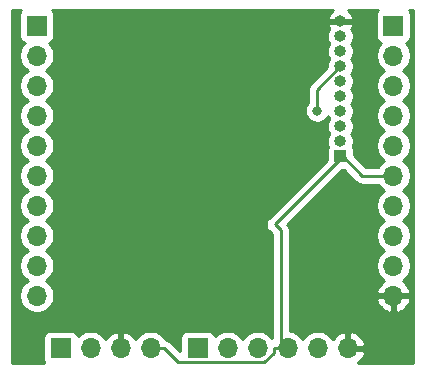
<source format=gbr>
G04 #@! TF.GenerationSoftware,KiCad,Pcbnew,(5.1.5)-3*
G04 #@! TF.CreationDate,2020-01-29T14:55:58+01:00*
G04 #@! TF.ProjectId,Adapter,41646170-7465-4722-9e6b-696361645f70,1*
G04 #@! TF.SameCoordinates,Original*
G04 #@! TF.FileFunction,Copper,L2,Bot*
G04 #@! TF.FilePolarity,Positive*
%FSLAX46Y46*%
G04 Gerber Fmt 4.6, Leading zero omitted, Abs format (unit mm)*
G04 Created by KiCad (PCBNEW (5.1.5)-3) date 2020-01-29 14:55:58*
%MOMM*%
%LPD*%
G04 APERTURE LIST*
%ADD10O,1.700000X1.700000*%
%ADD11R,1.700000X1.700000*%
%ADD12R,1.000000X1.000000*%
%ADD13O,1.000000X1.000000*%
%ADD14C,0.800000*%
%ADD15C,0.250000*%
%ADD16C,0.254000*%
G04 APERTURE END LIST*
D10*
X161315000Y-105613200D03*
X161315000Y-103073200D03*
X161315000Y-100533200D03*
X161315000Y-97993200D03*
X161315000Y-95453200D03*
X161315000Y-92913200D03*
X161315000Y-90373200D03*
X161315000Y-87833200D03*
X161315000Y-85293200D03*
D11*
X161315000Y-82753200D03*
D10*
X157436000Y-110084000D03*
X154896000Y-110084000D03*
X152356000Y-110084000D03*
X149816000Y-110084000D03*
X147276000Y-110084000D03*
D11*
X144736000Y-110084000D03*
X133127000Y-110084000D03*
D10*
X135667000Y-110084000D03*
X138207000Y-110084000D03*
X140747000Y-110084000D03*
D11*
X131115000Y-82753200D03*
D10*
X131115000Y-85293200D03*
X131115000Y-87833200D03*
X131115000Y-90373200D03*
X131115000Y-92913200D03*
X131115000Y-95453200D03*
X131115000Y-97993200D03*
X131115000Y-100533200D03*
X131115000Y-103073200D03*
X131115000Y-105613200D03*
D12*
X156820000Y-93827200D03*
D13*
X156820000Y-92557200D03*
X156820000Y-91287200D03*
X156820000Y-90017200D03*
X156820000Y-88747200D03*
X156820000Y-87477200D03*
X156820000Y-86207200D03*
X156820000Y-84937200D03*
X156820000Y-83667200D03*
X156820000Y-82397200D03*
D14*
X151346000Y-92466200D03*
X154852000Y-89957200D03*
D15*
X157030000Y-93827200D02*
X151261000Y-99596400D01*
X156820000Y-93827200D02*
X157030000Y-93827200D01*
X160757000Y-95453200D02*
X158656000Y-95453200D01*
X158656000Y-95453200D02*
X157030000Y-93827200D01*
X161315000Y-95453200D02*
X160757000Y-95453200D01*
X160757000Y-95707200D02*
X160757000Y-95453200D01*
X151768400Y-110084000D02*
X151768400Y-100103800D01*
X151768400Y-100103800D02*
X151261000Y-99596400D01*
X151768400Y-110084000D02*
X151180700Y-110084000D01*
X152356000Y-110084000D02*
X151768400Y-110084000D01*
X140747000Y-110084000D02*
X141922300Y-110084000D01*
X141922300Y-110084000D02*
X143097600Y-111259300D01*
X143097600Y-111259300D02*
X150372800Y-111259300D01*
X150372800Y-111259300D02*
X151180700Y-110451400D01*
X151180700Y-110451400D02*
X151180700Y-110084000D01*
X156820000Y-86207200D02*
X154852000Y-88175200D01*
X154852000Y-88175200D02*
X154852000Y-89957200D01*
X160757000Y-85420200D02*
X161188000Y-85420200D01*
X161188000Y-85420200D02*
X161315000Y-85293200D01*
X160757000Y-85420200D02*
X160757000Y-85547200D01*
X160757000Y-85293200D02*
X160757000Y-85420200D01*
D16*
G36*
X162972801Y-111290000D02*
G01*
X158290923Y-111290000D01*
X158436269Y-111181588D01*
X158631178Y-110965355D01*
X158780157Y-110715252D01*
X158877481Y-110440891D01*
X158756814Y-110211000D01*
X157563000Y-110211000D01*
X157563000Y-110231000D01*
X157309000Y-110231000D01*
X157309000Y-110211000D01*
X157289000Y-110211000D01*
X157289000Y-109957000D01*
X157309000Y-109957000D01*
X157309000Y-108763845D01*
X157563000Y-108763845D01*
X157563000Y-109957000D01*
X158756814Y-109957000D01*
X158877481Y-109727109D01*
X158780157Y-109452748D01*
X158631178Y-109202645D01*
X158436269Y-108986412D01*
X158202920Y-108812359D01*
X157940099Y-108687175D01*
X157792890Y-108642524D01*
X157563000Y-108763845D01*
X157309000Y-108763845D01*
X157079110Y-108642524D01*
X156931901Y-108687175D01*
X156669080Y-108812359D01*
X156435731Y-108986412D01*
X156240822Y-109202645D01*
X156171195Y-109319534D01*
X156049475Y-109137368D01*
X155842632Y-108930525D01*
X155599411Y-108768010D01*
X155329158Y-108656068D01*
X155042260Y-108599000D01*
X154749740Y-108599000D01*
X154462842Y-108656068D01*
X154192589Y-108768010D01*
X153949368Y-108930525D01*
X153742525Y-109137368D01*
X153626000Y-109311760D01*
X153509475Y-109137368D01*
X153302632Y-108930525D01*
X153059411Y-108768010D01*
X152789158Y-108656068D01*
X152528400Y-108604200D01*
X152528400Y-105970090D01*
X159873524Y-105970090D01*
X159918175Y-106117299D01*
X160043359Y-106380120D01*
X160217412Y-106613469D01*
X160433645Y-106808378D01*
X160683748Y-106957357D01*
X160958109Y-107054681D01*
X161188000Y-106934014D01*
X161188000Y-105740200D01*
X161442000Y-105740200D01*
X161442000Y-106934014D01*
X161671891Y-107054681D01*
X161946252Y-106957357D01*
X162196355Y-106808378D01*
X162412588Y-106613469D01*
X162586641Y-106380120D01*
X162711825Y-106117299D01*
X162756476Y-105970090D01*
X162635155Y-105740200D01*
X161442000Y-105740200D01*
X161188000Y-105740200D01*
X159994845Y-105740200D01*
X159873524Y-105970090D01*
X152528400Y-105970090D01*
X152528400Y-100141123D01*
X152532076Y-100103800D01*
X152528400Y-100066477D01*
X152528400Y-100066467D01*
X152517403Y-99954814D01*
X152473946Y-99811553D01*
X152438578Y-99745385D01*
X152403374Y-99679523D01*
X152368431Y-99636946D01*
X152335438Y-99596744D01*
X156966752Y-94965272D01*
X157093271Y-94965272D01*
X158092201Y-95964203D01*
X158115999Y-95993201D01*
X158231724Y-96088174D01*
X158363753Y-96158746D01*
X158507014Y-96202203D01*
X158618667Y-96213200D01*
X158618676Y-96213200D01*
X158655999Y-96216876D01*
X158693322Y-96213200D01*
X160036822Y-96213200D01*
X160161525Y-96399832D01*
X160368368Y-96606675D01*
X160542760Y-96723200D01*
X160368368Y-96839725D01*
X160161525Y-97046568D01*
X159999010Y-97289789D01*
X159887068Y-97560042D01*
X159830000Y-97846940D01*
X159830000Y-98139460D01*
X159887068Y-98426358D01*
X159999010Y-98696611D01*
X160161525Y-98939832D01*
X160368368Y-99146675D01*
X160542760Y-99263200D01*
X160368368Y-99379725D01*
X160161525Y-99586568D01*
X159999010Y-99829789D01*
X159887068Y-100100042D01*
X159830000Y-100386940D01*
X159830000Y-100679460D01*
X159887068Y-100966358D01*
X159999010Y-101236611D01*
X160161525Y-101479832D01*
X160368368Y-101686675D01*
X160542760Y-101803200D01*
X160368368Y-101919725D01*
X160161525Y-102126568D01*
X159999010Y-102369789D01*
X159887068Y-102640042D01*
X159830000Y-102926940D01*
X159830000Y-103219460D01*
X159887068Y-103506358D01*
X159999010Y-103776611D01*
X160161525Y-104019832D01*
X160368368Y-104226675D01*
X160550534Y-104348395D01*
X160433645Y-104418022D01*
X160217412Y-104612931D01*
X160043359Y-104846280D01*
X159918175Y-105109101D01*
X159873524Y-105256310D01*
X159994845Y-105486200D01*
X161188000Y-105486200D01*
X161188000Y-105466200D01*
X161442000Y-105466200D01*
X161442000Y-105486200D01*
X162635155Y-105486200D01*
X162756476Y-105256310D01*
X162711825Y-105109101D01*
X162586641Y-104846280D01*
X162412588Y-104612931D01*
X162196355Y-104418022D01*
X162079466Y-104348395D01*
X162261632Y-104226675D01*
X162468475Y-104019832D01*
X162630990Y-103776611D01*
X162742932Y-103506358D01*
X162800000Y-103219460D01*
X162800000Y-102926940D01*
X162742932Y-102640042D01*
X162630990Y-102369789D01*
X162468475Y-102126568D01*
X162261632Y-101919725D01*
X162087240Y-101803200D01*
X162261632Y-101686675D01*
X162468475Y-101479832D01*
X162630990Y-101236611D01*
X162742932Y-100966358D01*
X162800000Y-100679460D01*
X162800000Y-100386940D01*
X162742932Y-100100042D01*
X162630990Y-99829789D01*
X162468475Y-99586568D01*
X162261632Y-99379725D01*
X162087240Y-99263200D01*
X162261632Y-99146675D01*
X162468475Y-98939832D01*
X162630990Y-98696611D01*
X162742932Y-98426358D01*
X162800000Y-98139460D01*
X162800000Y-97846940D01*
X162742932Y-97560042D01*
X162630990Y-97289789D01*
X162468475Y-97046568D01*
X162261632Y-96839725D01*
X162087240Y-96723200D01*
X162261632Y-96606675D01*
X162468475Y-96399832D01*
X162630990Y-96156611D01*
X162742932Y-95886358D01*
X162800000Y-95599460D01*
X162800000Y-95306940D01*
X162742932Y-95020042D01*
X162630990Y-94749789D01*
X162468475Y-94506568D01*
X162261632Y-94299725D01*
X162087240Y-94183200D01*
X162261632Y-94066675D01*
X162468475Y-93859832D01*
X162630990Y-93616611D01*
X162742932Y-93346358D01*
X162800000Y-93059460D01*
X162800000Y-92766940D01*
X162742932Y-92480042D01*
X162630990Y-92209789D01*
X162468475Y-91966568D01*
X162261632Y-91759725D01*
X162087240Y-91643200D01*
X162261632Y-91526675D01*
X162468475Y-91319832D01*
X162630990Y-91076611D01*
X162742932Y-90806358D01*
X162800000Y-90519460D01*
X162800000Y-90226940D01*
X162742932Y-89940042D01*
X162630990Y-89669789D01*
X162468475Y-89426568D01*
X162261632Y-89219725D01*
X162087240Y-89103200D01*
X162261632Y-88986675D01*
X162468475Y-88779832D01*
X162630990Y-88536611D01*
X162742932Y-88266358D01*
X162800000Y-87979460D01*
X162800000Y-87686940D01*
X162742932Y-87400042D01*
X162630990Y-87129789D01*
X162468475Y-86886568D01*
X162261632Y-86679725D01*
X162087240Y-86563200D01*
X162261632Y-86446675D01*
X162468475Y-86239832D01*
X162630990Y-85996611D01*
X162742932Y-85726358D01*
X162800000Y-85439460D01*
X162800000Y-85146940D01*
X162742932Y-84860042D01*
X162630990Y-84589789D01*
X162468475Y-84346568D01*
X162336620Y-84214713D01*
X162409180Y-84192702D01*
X162519494Y-84133737D01*
X162616185Y-84054385D01*
X162695537Y-83957694D01*
X162754502Y-83847380D01*
X162790812Y-83727682D01*
X162803072Y-83603200D01*
X162803072Y-81903200D01*
X162790812Y-81778718D01*
X162754502Y-81659020D01*
X162695537Y-81548706D01*
X162622738Y-81460000D01*
X162972800Y-81460000D01*
X162972801Y-111290000D01*
G37*
X162972801Y-111290000D02*
X158290923Y-111290000D01*
X158436269Y-111181588D01*
X158631178Y-110965355D01*
X158780157Y-110715252D01*
X158877481Y-110440891D01*
X158756814Y-110211000D01*
X157563000Y-110211000D01*
X157563000Y-110231000D01*
X157309000Y-110231000D01*
X157309000Y-110211000D01*
X157289000Y-110211000D01*
X157289000Y-109957000D01*
X157309000Y-109957000D01*
X157309000Y-108763845D01*
X157563000Y-108763845D01*
X157563000Y-109957000D01*
X158756814Y-109957000D01*
X158877481Y-109727109D01*
X158780157Y-109452748D01*
X158631178Y-109202645D01*
X158436269Y-108986412D01*
X158202920Y-108812359D01*
X157940099Y-108687175D01*
X157792890Y-108642524D01*
X157563000Y-108763845D01*
X157309000Y-108763845D01*
X157079110Y-108642524D01*
X156931901Y-108687175D01*
X156669080Y-108812359D01*
X156435731Y-108986412D01*
X156240822Y-109202645D01*
X156171195Y-109319534D01*
X156049475Y-109137368D01*
X155842632Y-108930525D01*
X155599411Y-108768010D01*
X155329158Y-108656068D01*
X155042260Y-108599000D01*
X154749740Y-108599000D01*
X154462842Y-108656068D01*
X154192589Y-108768010D01*
X153949368Y-108930525D01*
X153742525Y-109137368D01*
X153626000Y-109311760D01*
X153509475Y-109137368D01*
X153302632Y-108930525D01*
X153059411Y-108768010D01*
X152789158Y-108656068D01*
X152528400Y-108604200D01*
X152528400Y-105970090D01*
X159873524Y-105970090D01*
X159918175Y-106117299D01*
X160043359Y-106380120D01*
X160217412Y-106613469D01*
X160433645Y-106808378D01*
X160683748Y-106957357D01*
X160958109Y-107054681D01*
X161188000Y-106934014D01*
X161188000Y-105740200D01*
X161442000Y-105740200D01*
X161442000Y-106934014D01*
X161671891Y-107054681D01*
X161946252Y-106957357D01*
X162196355Y-106808378D01*
X162412588Y-106613469D01*
X162586641Y-106380120D01*
X162711825Y-106117299D01*
X162756476Y-105970090D01*
X162635155Y-105740200D01*
X161442000Y-105740200D01*
X161188000Y-105740200D01*
X159994845Y-105740200D01*
X159873524Y-105970090D01*
X152528400Y-105970090D01*
X152528400Y-100141123D01*
X152532076Y-100103800D01*
X152528400Y-100066477D01*
X152528400Y-100066467D01*
X152517403Y-99954814D01*
X152473946Y-99811553D01*
X152438578Y-99745385D01*
X152403374Y-99679523D01*
X152368431Y-99636946D01*
X152335438Y-99596744D01*
X156966752Y-94965272D01*
X157093271Y-94965272D01*
X158092201Y-95964203D01*
X158115999Y-95993201D01*
X158231724Y-96088174D01*
X158363753Y-96158746D01*
X158507014Y-96202203D01*
X158618667Y-96213200D01*
X158618676Y-96213200D01*
X158655999Y-96216876D01*
X158693322Y-96213200D01*
X160036822Y-96213200D01*
X160161525Y-96399832D01*
X160368368Y-96606675D01*
X160542760Y-96723200D01*
X160368368Y-96839725D01*
X160161525Y-97046568D01*
X159999010Y-97289789D01*
X159887068Y-97560042D01*
X159830000Y-97846940D01*
X159830000Y-98139460D01*
X159887068Y-98426358D01*
X159999010Y-98696611D01*
X160161525Y-98939832D01*
X160368368Y-99146675D01*
X160542760Y-99263200D01*
X160368368Y-99379725D01*
X160161525Y-99586568D01*
X159999010Y-99829789D01*
X159887068Y-100100042D01*
X159830000Y-100386940D01*
X159830000Y-100679460D01*
X159887068Y-100966358D01*
X159999010Y-101236611D01*
X160161525Y-101479832D01*
X160368368Y-101686675D01*
X160542760Y-101803200D01*
X160368368Y-101919725D01*
X160161525Y-102126568D01*
X159999010Y-102369789D01*
X159887068Y-102640042D01*
X159830000Y-102926940D01*
X159830000Y-103219460D01*
X159887068Y-103506358D01*
X159999010Y-103776611D01*
X160161525Y-104019832D01*
X160368368Y-104226675D01*
X160550534Y-104348395D01*
X160433645Y-104418022D01*
X160217412Y-104612931D01*
X160043359Y-104846280D01*
X159918175Y-105109101D01*
X159873524Y-105256310D01*
X159994845Y-105486200D01*
X161188000Y-105486200D01*
X161188000Y-105466200D01*
X161442000Y-105466200D01*
X161442000Y-105486200D01*
X162635155Y-105486200D01*
X162756476Y-105256310D01*
X162711825Y-105109101D01*
X162586641Y-104846280D01*
X162412588Y-104612931D01*
X162196355Y-104418022D01*
X162079466Y-104348395D01*
X162261632Y-104226675D01*
X162468475Y-104019832D01*
X162630990Y-103776611D01*
X162742932Y-103506358D01*
X162800000Y-103219460D01*
X162800000Y-102926940D01*
X162742932Y-102640042D01*
X162630990Y-102369789D01*
X162468475Y-102126568D01*
X162261632Y-101919725D01*
X162087240Y-101803200D01*
X162261632Y-101686675D01*
X162468475Y-101479832D01*
X162630990Y-101236611D01*
X162742932Y-100966358D01*
X162800000Y-100679460D01*
X162800000Y-100386940D01*
X162742932Y-100100042D01*
X162630990Y-99829789D01*
X162468475Y-99586568D01*
X162261632Y-99379725D01*
X162087240Y-99263200D01*
X162261632Y-99146675D01*
X162468475Y-98939832D01*
X162630990Y-98696611D01*
X162742932Y-98426358D01*
X162800000Y-98139460D01*
X162800000Y-97846940D01*
X162742932Y-97560042D01*
X162630990Y-97289789D01*
X162468475Y-97046568D01*
X162261632Y-96839725D01*
X162087240Y-96723200D01*
X162261632Y-96606675D01*
X162468475Y-96399832D01*
X162630990Y-96156611D01*
X162742932Y-95886358D01*
X162800000Y-95599460D01*
X162800000Y-95306940D01*
X162742932Y-95020042D01*
X162630990Y-94749789D01*
X162468475Y-94506568D01*
X162261632Y-94299725D01*
X162087240Y-94183200D01*
X162261632Y-94066675D01*
X162468475Y-93859832D01*
X162630990Y-93616611D01*
X162742932Y-93346358D01*
X162800000Y-93059460D01*
X162800000Y-92766940D01*
X162742932Y-92480042D01*
X162630990Y-92209789D01*
X162468475Y-91966568D01*
X162261632Y-91759725D01*
X162087240Y-91643200D01*
X162261632Y-91526675D01*
X162468475Y-91319832D01*
X162630990Y-91076611D01*
X162742932Y-90806358D01*
X162800000Y-90519460D01*
X162800000Y-90226940D01*
X162742932Y-89940042D01*
X162630990Y-89669789D01*
X162468475Y-89426568D01*
X162261632Y-89219725D01*
X162087240Y-89103200D01*
X162261632Y-88986675D01*
X162468475Y-88779832D01*
X162630990Y-88536611D01*
X162742932Y-88266358D01*
X162800000Y-87979460D01*
X162800000Y-87686940D01*
X162742932Y-87400042D01*
X162630990Y-87129789D01*
X162468475Y-86886568D01*
X162261632Y-86679725D01*
X162087240Y-86563200D01*
X162261632Y-86446675D01*
X162468475Y-86239832D01*
X162630990Y-85996611D01*
X162742932Y-85726358D01*
X162800000Y-85439460D01*
X162800000Y-85146940D01*
X162742932Y-84860042D01*
X162630990Y-84589789D01*
X162468475Y-84346568D01*
X162336620Y-84214713D01*
X162409180Y-84192702D01*
X162519494Y-84133737D01*
X162616185Y-84054385D01*
X162695537Y-83957694D01*
X162754502Y-83847380D01*
X162790812Y-83727682D01*
X162803072Y-83603200D01*
X162803072Y-81903200D01*
X162790812Y-81778718D01*
X162754502Y-81659020D01*
X162695537Y-81548706D01*
X162622738Y-81460000D01*
X162972800Y-81460000D01*
X162972801Y-111290000D01*
G36*
X129734463Y-81548706D02*
G01*
X129675498Y-81659020D01*
X129639188Y-81778718D01*
X129626928Y-81903200D01*
X129626928Y-83603200D01*
X129639188Y-83727682D01*
X129675498Y-83847380D01*
X129734463Y-83957694D01*
X129813815Y-84054385D01*
X129910506Y-84133737D01*
X130020820Y-84192702D01*
X130093380Y-84214713D01*
X129961525Y-84346568D01*
X129799010Y-84589789D01*
X129687068Y-84860042D01*
X129630000Y-85146940D01*
X129630000Y-85439460D01*
X129687068Y-85726358D01*
X129799010Y-85996611D01*
X129961525Y-86239832D01*
X130168368Y-86446675D01*
X130342760Y-86563200D01*
X130168368Y-86679725D01*
X129961525Y-86886568D01*
X129799010Y-87129789D01*
X129687068Y-87400042D01*
X129630000Y-87686940D01*
X129630000Y-87979460D01*
X129687068Y-88266358D01*
X129799010Y-88536611D01*
X129961525Y-88779832D01*
X130168368Y-88986675D01*
X130342760Y-89103200D01*
X130168368Y-89219725D01*
X129961525Y-89426568D01*
X129799010Y-89669789D01*
X129687068Y-89940042D01*
X129630000Y-90226940D01*
X129630000Y-90519460D01*
X129687068Y-90806358D01*
X129799010Y-91076611D01*
X129961525Y-91319832D01*
X130168368Y-91526675D01*
X130342760Y-91643200D01*
X130168368Y-91759725D01*
X129961525Y-91966568D01*
X129799010Y-92209789D01*
X129687068Y-92480042D01*
X129630000Y-92766940D01*
X129630000Y-93059460D01*
X129687068Y-93346358D01*
X129799010Y-93616611D01*
X129961525Y-93859832D01*
X130168368Y-94066675D01*
X130342760Y-94183200D01*
X130168368Y-94299725D01*
X129961525Y-94506568D01*
X129799010Y-94749789D01*
X129687068Y-95020042D01*
X129630000Y-95306940D01*
X129630000Y-95599460D01*
X129687068Y-95886358D01*
X129799010Y-96156611D01*
X129961525Y-96399832D01*
X130168368Y-96606675D01*
X130342760Y-96723200D01*
X130168368Y-96839725D01*
X129961525Y-97046568D01*
X129799010Y-97289789D01*
X129687068Y-97560042D01*
X129630000Y-97846940D01*
X129630000Y-98139460D01*
X129687068Y-98426358D01*
X129799010Y-98696611D01*
X129961525Y-98939832D01*
X130168368Y-99146675D01*
X130342760Y-99263200D01*
X130168368Y-99379725D01*
X129961525Y-99586568D01*
X129799010Y-99829789D01*
X129687068Y-100100042D01*
X129630000Y-100386940D01*
X129630000Y-100679460D01*
X129687068Y-100966358D01*
X129799010Y-101236611D01*
X129961525Y-101479832D01*
X130168368Y-101686675D01*
X130342760Y-101803200D01*
X130168368Y-101919725D01*
X129961525Y-102126568D01*
X129799010Y-102369789D01*
X129687068Y-102640042D01*
X129630000Y-102926940D01*
X129630000Y-103219460D01*
X129687068Y-103506358D01*
X129799010Y-103776611D01*
X129961525Y-104019832D01*
X130168368Y-104226675D01*
X130342760Y-104343200D01*
X130168368Y-104459725D01*
X129961525Y-104666568D01*
X129799010Y-104909789D01*
X129687068Y-105180042D01*
X129630000Y-105466940D01*
X129630000Y-105759460D01*
X129687068Y-106046358D01*
X129799010Y-106316611D01*
X129961525Y-106559832D01*
X130168368Y-106766675D01*
X130411589Y-106929190D01*
X130681842Y-107041132D01*
X130968740Y-107098200D01*
X131261260Y-107098200D01*
X131548158Y-107041132D01*
X131818411Y-106929190D01*
X132061632Y-106766675D01*
X132268475Y-106559832D01*
X132430990Y-106316611D01*
X132542932Y-106046358D01*
X132600000Y-105759460D01*
X132600000Y-105466940D01*
X132542932Y-105180042D01*
X132430990Y-104909789D01*
X132268475Y-104666568D01*
X132061632Y-104459725D01*
X131887240Y-104343200D01*
X132061632Y-104226675D01*
X132268475Y-104019832D01*
X132430990Y-103776611D01*
X132542932Y-103506358D01*
X132600000Y-103219460D01*
X132600000Y-102926940D01*
X132542932Y-102640042D01*
X132430990Y-102369789D01*
X132268475Y-102126568D01*
X132061632Y-101919725D01*
X131887240Y-101803200D01*
X132061632Y-101686675D01*
X132268475Y-101479832D01*
X132430990Y-101236611D01*
X132542932Y-100966358D01*
X132600000Y-100679460D01*
X132600000Y-100386940D01*
X132542932Y-100100042D01*
X132430990Y-99829789D01*
X132268475Y-99586568D01*
X132061632Y-99379725D01*
X131887240Y-99263200D01*
X132061632Y-99146675D01*
X132268475Y-98939832D01*
X132430990Y-98696611D01*
X132542932Y-98426358D01*
X132600000Y-98139460D01*
X132600000Y-97846940D01*
X132542932Y-97560042D01*
X132430990Y-97289789D01*
X132268475Y-97046568D01*
X132061632Y-96839725D01*
X131887240Y-96723200D01*
X132061632Y-96606675D01*
X132268475Y-96399832D01*
X132430990Y-96156611D01*
X132542932Y-95886358D01*
X132600000Y-95599460D01*
X132600000Y-95306940D01*
X132542932Y-95020042D01*
X132430990Y-94749789D01*
X132268475Y-94506568D01*
X132061632Y-94299725D01*
X131887240Y-94183200D01*
X132061632Y-94066675D01*
X132268475Y-93859832D01*
X132430990Y-93616611D01*
X132542932Y-93346358D01*
X132600000Y-93059460D01*
X132600000Y-92766940D01*
X132542932Y-92480042D01*
X132430990Y-92209789D01*
X132268475Y-91966568D01*
X132061632Y-91759725D01*
X131887240Y-91643200D01*
X132061632Y-91526675D01*
X132268475Y-91319832D01*
X132430990Y-91076611D01*
X132542932Y-90806358D01*
X132600000Y-90519460D01*
X132600000Y-90226940D01*
X132542932Y-89940042D01*
X132430990Y-89669789D01*
X132268475Y-89426568D01*
X132061632Y-89219725D01*
X131887240Y-89103200D01*
X132061632Y-88986675D01*
X132268475Y-88779832D01*
X132430990Y-88536611D01*
X132542932Y-88266358D01*
X132600000Y-87979460D01*
X132600000Y-87686940D01*
X132542932Y-87400042D01*
X132430990Y-87129789D01*
X132268475Y-86886568D01*
X132061632Y-86679725D01*
X131887240Y-86563200D01*
X132061632Y-86446675D01*
X132268475Y-86239832D01*
X132430990Y-85996611D01*
X132542932Y-85726358D01*
X132600000Y-85439460D01*
X132600000Y-85146940D01*
X132542932Y-84860042D01*
X132430990Y-84589789D01*
X132268475Y-84346568D01*
X132136620Y-84214713D01*
X132209180Y-84192702D01*
X132319494Y-84133737D01*
X132416185Y-84054385D01*
X132495537Y-83957694D01*
X132554502Y-83847380D01*
X132590812Y-83727682D01*
X132603072Y-83603200D01*
X132603072Y-81903200D01*
X132590812Y-81778718D01*
X132554502Y-81659020D01*
X132495537Y-81548706D01*
X132422738Y-81460000D01*
X156188651Y-81460000D01*
X156122399Y-81501882D01*
X155961135Y-81655180D01*
X155832877Y-81836994D01*
X155742554Y-82040336D01*
X155725881Y-82095326D01*
X155852046Y-82270200D01*
X156693000Y-82270200D01*
X156693000Y-82250200D01*
X156947000Y-82250200D01*
X156947000Y-82270200D01*
X157787954Y-82270200D01*
X157914119Y-82095326D01*
X157897446Y-82040336D01*
X157807123Y-81836994D01*
X157678865Y-81655180D01*
X157517601Y-81501882D01*
X157451349Y-81460000D01*
X160007262Y-81460000D01*
X159934463Y-81548706D01*
X159875498Y-81659020D01*
X159839188Y-81778718D01*
X159826928Y-81903200D01*
X159826928Y-83603200D01*
X159839188Y-83727682D01*
X159875498Y-83847380D01*
X159934463Y-83957694D01*
X160013815Y-84054385D01*
X160110506Y-84133737D01*
X160220820Y-84192702D01*
X160293380Y-84214713D01*
X160161525Y-84346568D01*
X159999010Y-84589789D01*
X159887068Y-84860042D01*
X159830000Y-85146940D01*
X159830000Y-85439460D01*
X159887068Y-85726358D01*
X159999010Y-85996611D01*
X160161525Y-86239832D01*
X160368368Y-86446675D01*
X160542760Y-86563200D01*
X160368368Y-86679725D01*
X160161525Y-86886568D01*
X159999010Y-87129789D01*
X159887068Y-87400042D01*
X159830000Y-87686940D01*
X159830000Y-87979460D01*
X159887068Y-88266358D01*
X159999010Y-88536611D01*
X160161525Y-88779832D01*
X160368368Y-88986675D01*
X160542760Y-89103200D01*
X160368368Y-89219725D01*
X160161525Y-89426568D01*
X159999010Y-89669789D01*
X159887068Y-89940042D01*
X159830000Y-90226940D01*
X159830000Y-90519460D01*
X159887068Y-90806358D01*
X159999010Y-91076611D01*
X160161525Y-91319832D01*
X160368368Y-91526675D01*
X160542760Y-91643200D01*
X160368368Y-91759725D01*
X160161525Y-91966568D01*
X159999010Y-92209789D01*
X159887068Y-92480042D01*
X159830000Y-92766940D01*
X159830000Y-93059460D01*
X159887068Y-93346358D01*
X159999010Y-93616611D01*
X160161525Y-93859832D01*
X160368368Y-94066675D01*
X160542760Y-94183200D01*
X160368368Y-94299725D01*
X160161525Y-94506568D01*
X160036822Y-94693200D01*
X158970802Y-94693200D01*
X157958072Y-93680471D01*
X157958072Y-93327200D01*
X157945812Y-93202718D01*
X157909502Y-93083020D01*
X157865112Y-92999974D01*
X157911383Y-92888267D01*
X157955000Y-92668988D01*
X157955000Y-92445412D01*
X157911383Y-92226133D01*
X157825824Y-92019576D01*
X157760759Y-91922200D01*
X157825824Y-91824824D01*
X157911383Y-91618267D01*
X157955000Y-91398988D01*
X157955000Y-91175412D01*
X157911383Y-90956133D01*
X157825824Y-90749576D01*
X157760759Y-90652200D01*
X157825824Y-90554824D01*
X157911383Y-90348267D01*
X157955000Y-90128988D01*
X157955000Y-89905412D01*
X157911383Y-89686133D01*
X157825824Y-89479576D01*
X157760759Y-89382200D01*
X157825824Y-89284824D01*
X157911383Y-89078267D01*
X157955000Y-88858988D01*
X157955000Y-88635412D01*
X157911383Y-88416133D01*
X157825824Y-88209576D01*
X157760759Y-88112200D01*
X157825824Y-88014824D01*
X157911383Y-87808267D01*
X157955000Y-87588988D01*
X157955000Y-87365412D01*
X157911383Y-87146133D01*
X157825824Y-86939576D01*
X157760759Y-86842200D01*
X157825824Y-86744824D01*
X157911383Y-86538267D01*
X157955000Y-86318988D01*
X157955000Y-86095412D01*
X157911383Y-85876133D01*
X157825824Y-85669576D01*
X157760759Y-85572200D01*
X157825824Y-85474824D01*
X157911383Y-85268267D01*
X157955000Y-85048988D01*
X157955000Y-84825412D01*
X157911383Y-84606133D01*
X157825824Y-84399576D01*
X157760759Y-84302200D01*
X157825824Y-84204824D01*
X157911383Y-83998267D01*
X157955000Y-83778988D01*
X157955000Y-83555412D01*
X157911383Y-83336133D01*
X157825824Y-83129576D01*
X157757647Y-83027542D01*
X157807123Y-82957406D01*
X157897446Y-82754064D01*
X157914119Y-82699074D01*
X157787954Y-82524200D01*
X156947000Y-82524200D01*
X156947000Y-82535226D01*
X156931788Y-82532200D01*
X156708212Y-82532200D01*
X156693000Y-82535226D01*
X156693000Y-82524200D01*
X155852046Y-82524200D01*
X155725881Y-82699074D01*
X155742554Y-82754064D01*
X155832877Y-82957406D01*
X155882353Y-83027542D01*
X155814176Y-83129576D01*
X155728617Y-83336133D01*
X155685000Y-83555412D01*
X155685000Y-83778988D01*
X155728617Y-83998267D01*
X155814176Y-84204824D01*
X155879241Y-84302200D01*
X155814176Y-84399576D01*
X155728617Y-84606133D01*
X155685000Y-84825412D01*
X155685000Y-85048988D01*
X155728617Y-85268267D01*
X155814176Y-85474824D01*
X155879241Y-85572200D01*
X155814176Y-85669576D01*
X155728617Y-85876133D01*
X155685000Y-86095412D01*
X155685000Y-86267398D01*
X154341003Y-87611396D01*
X154311999Y-87635199D01*
X154269537Y-87686940D01*
X154217026Y-87750924D01*
X154155736Y-87865588D01*
X154146454Y-87882954D01*
X154102997Y-88026215D01*
X154092000Y-88137868D01*
X154092000Y-88137878D01*
X154088324Y-88175200D01*
X154092000Y-88212523D01*
X154092001Y-89253488D01*
X154048063Y-89297426D01*
X153934795Y-89466944D01*
X153856774Y-89655302D01*
X153817000Y-89855261D01*
X153817000Y-90059139D01*
X153856774Y-90259098D01*
X153934795Y-90447456D01*
X154048063Y-90616974D01*
X154192226Y-90761137D01*
X154361744Y-90874405D01*
X154550102Y-90952426D01*
X154750061Y-90992200D01*
X154953939Y-90992200D01*
X155153898Y-90952426D01*
X155342256Y-90874405D01*
X155511774Y-90761137D01*
X155655937Y-90616974D01*
X155769205Y-90447456D01*
X155769454Y-90446855D01*
X155814176Y-90554824D01*
X155879241Y-90652200D01*
X155814176Y-90749576D01*
X155728617Y-90956133D01*
X155685000Y-91175412D01*
X155685000Y-91398988D01*
X155728617Y-91618267D01*
X155814176Y-91824824D01*
X155879241Y-91922200D01*
X155814176Y-92019576D01*
X155728617Y-92226133D01*
X155685000Y-92445412D01*
X155685000Y-92668988D01*
X155728617Y-92888267D01*
X155774888Y-92999974D01*
X155730498Y-93083020D01*
X155694188Y-93202718D01*
X155681928Y-93327200D01*
X155681928Y-94100498D01*
X150749998Y-99032600D01*
X150720999Y-99056399D01*
X150626026Y-99172124D01*
X150626022Y-99172131D01*
X150626019Y-99172135D01*
X150601927Y-99217210D01*
X150555454Y-99304154D01*
X150555452Y-99304160D01*
X150555449Y-99304166D01*
X150526910Y-99398254D01*
X150511998Y-99447415D01*
X150511998Y-99447418D01*
X150511995Y-99447427D01*
X150503387Y-99534847D01*
X150497324Y-99596400D01*
X150497325Y-99596406D01*
X150497324Y-99596413D01*
X150505511Y-99679523D01*
X150511998Y-99745385D01*
X150511999Y-99745389D01*
X150512000Y-99745398D01*
X150532069Y-99811553D01*
X150555454Y-99888646D01*
X150555457Y-99888652D01*
X150555459Y-99888658D01*
X150583696Y-99941484D01*
X150626026Y-100020676D01*
X150626032Y-100020683D01*
X150626034Y-100020687D01*
X150663606Y-100066467D01*
X150697201Y-100107402D01*
X150697206Y-100107407D01*
X150721009Y-100136410D01*
X150750003Y-100160204D01*
X151008401Y-100418602D01*
X151008400Y-109195624D01*
X150969475Y-109137368D01*
X150762632Y-108930525D01*
X150519411Y-108768010D01*
X150249158Y-108656068D01*
X149962260Y-108599000D01*
X149669740Y-108599000D01*
X149382842Y-108656068D01*
X149112589Y-108768010D01*
X148869368Y-108930525D01*
X148662525Y-109137368D01*
X148546000Y-109311760D01*
X148429475Y-109137368D01*
X148222632Y-108930525D01*
X147979411Y-108768010D01*
X147709158Y-108656068D01*
X147422260Y-108599000D01*
X147129740Y-108599000D01*
X146842842Y-108656068D01*
X146572589Y-108768010D01*
X146329368Y-108930525D01*
X146197513Y-109062380D01*
X146175502Y-108989820D01*
X146116537Y-108879506D01*
X146037185Y-108782815D01*
X145940494Y-108703463D01*
X145830180Y-108644498D01*
X145710482Y-108608188D01*
X145586000Y-108595928D01*
X143886000Y-108595928D01*
X143761518Y-108608188D01*
X143641820Y-108644498D01*
X143531506Y-108703463D01*
X143434815Y-108782815D01*
X143355463Y-108879506D01*
X143296498Y-108989820D01*
X143260188Y-109109518D01*
X143247928Y-109234000D01*
X143247928Y-110334826D01*
X142486104Y-109573003D01*
X142462301Y-109543999D01*
X142346576Y-109449026D01*
X142214547Y-109378454D01*
X142071286Y-109334997D01*
X142029796Y-109330911D01*
X141900475Y-109137368D01*
X141693632Y-108930525D01*
X141450411Y-108768010D01*
X141180158Y-108656068D01*
X140893260Y-108599000D01*
X140600740Y-108599000D01*
X140313842Y-108656068D01*
X140043589Y-108768010D01*
X139800368Y-108930525D01*
X139593525Y-109137368D01*
X139471805Y-109319534D01*
X139402178Y-109202645D01*
X139207269Y-108986412D01*
X138973920Y-108812359D01*
X138711099Y-108687175D01*
X138563890Y-108642524D01*
X138334000Y-108763845D01*
X138334000Y-109957000D01*
X138354000Y-109957000D01*
X138354000Y-110211000D01*
X138334000Y-110211000D01*
X138334000Y-110231000D01*
X138080000Y-110231000D01*
X138080000Y-110211000D01*
X138060000Y-110211000D01*
X138060000Y-109957000D01*
X138080000Y-109957000D01*
X138080000Y-108763845D01*
X137850110Y-108642524D01*
X137702901Y-108687175D01*
X137440080Y-108812359D01*
X137206731Y-108986412D01*
X137011822Y-109202645D01*
X136942195Y-109319534D01*
X136820475Y-109137368D01*
X136613632Y-108930525D01*
X136370411Y-108768010D01*
X136100158Y-108656068D01*
X135813260Y-108599000D01*
X135520740Y-108599000D01*
X135233842Y-108656068D01*
X134963589Y-108768010D01*
X134720368Y-108930525D01*
X134588513Y-109062380D01*
X134566502Y-108989820D01*
X134507537Y-108879506D01*
X134428185Y-108782815D01*
X134331494Y-108703463D01*
X134221180Y-108644498D01*
X134101482Y-108608188D01*
X133977000Y-108595928D01*
X132277000Y-108595928D01*
X132152518Y-108608188D01*
X132032820Y-108644498D01*
X131922506Y-108703463D01*
X131825815Y-108782815D01*
X131746463Y-108879506D01*
X131687498Y-108989820D01*
X131651188Y-109109518D01*
X131638928Y-109234000D01*
X131638928Y-110934000D01*
X131651188Y-111058482D01*
X131687498Y-111178180D01*
X131746463Y-111288494D01*
X131747699Y-111290000D01*
X128984800Y-111290000D01*
X128984800Y-94269552D01*
X129006131Y-81460000D01*
X129807262Y-81460000D01*
X129734463Y-81548706D01*
G37*
X129734463Y-81548706D02*
X129675498Y-81659020D01*
X129639188Y-81778718D01*
X129626928Y-81903200D01*
X129626928Y-83603200D01*
X129639188Y-83727682D01*
X129675498Y-83847380D01*
X129734463Y-83957694D01*
X129813815Y-84054385D01*
X129910506Y-84133737D01*
X130020820Y-84192702D01*
X130093380Y-84214713D01*
X129961525Y-84346568D01*
X129799010Y-84589789D01*
X129687068Y-84860042D01*
X129630000Y-85146940D01*
X129630000Y-85439460D01*
X129687068Y-85726358D01*
X129799010Y-85996611D01*
X129961525Y-86239832D01*
X130168368Y-86446675D01*
X130342760Y-86563200D01*
X130168368Y-86679725D01*
X129961525Y-86886568D01*
X129799010Y-87129789D01*
X129687068Y-87400042D01*
X129630000Y-87686940D01*
X129630000Y-87979460D01*
X129687068Y-88266358D01*
X129799010Y-88536611D01*
X129961525Y-88779832D01*
X130168368Y-88986675D01*
X130342760Y-89103200D01*
X130168368Y-89219725D01*
X129961525Y-89426568D01*
X129799010Y-89669789D01*
X129687068Y-89940042D01*
X129630000Y-90226940D01*
X129630000Y-90519460D01*
X129687068Y-90806358D01*
X129799010Y-91076611D01*
X129961525Y-91319832D01*
X130168368Y-91526675D01*
X130342760Y-91643200D01*
X130168368Y-91759725D01*
X129961525Y-91966568D01*
X129799010Y-92209789D01*
X129687068Y-92480042D01*
X129630000Y-92766940D01*
X129630000Y-93059460D01*
X129687068Y-93346358D01*
X129799010Y-93616611D01*
X129961525Y-93859832D01*
X130168368Y-94066675D01*
X130342760Y-94183200D01*
X130168368Y-94299725D01*
X129961525Y-94506568D01*
X129799010Y-94749789D01*
X129687068Y-95020042D01*
X129630000Y-95306940D01*
X129630000Y-95599460D01*
X129687068Y-95886358D01*
X129799010Y-96156611D01*
X129961525Y-96399832D01*
X130168368Y-96606675D01*
X130342760Y-96723200D01*
X130168368Y-96839725D01*
X129961525Y-97046568D01*
X129799010Y-97289789D01*
X129687068Y-97560042D01*
X129630000Y-97846940D01*
X129630000Y-98139460D01*
X129687068Y-98426358D01*
X129799010Y-98696611D01*
X129961525Y-98939832D01*
X130168368Y-99146675D01*
X130342760Y-99263200D01*
X130168368Y-99379725D01*
X129961525Y-99586568D01*
X129799010Y-99829789D01*
X129687068Y-100100042D01*
X129630000Y-100386940D01*
X129630000Y-100679460D01*
X129687068Y-100966358D01*
X129799010Y-101236611D01*
X129961525Y-101479832D01*
X130168368Y-101686675D01*
X130342760Y-101803200D01*
X130168368Y-101919725D01*
X129961525Y-102126568D01*
X129799010Y-102369789D01*
X129687068Y-102640042D01*
X129630000Y-102926940D01*
X129630000Y-103219460D01*
X129687068Y-103506358D01*
X129799010Y-103776611D01*
X129961525Y-104019832D01*
X130168368Y-104226675D01*
X130342760Y-104343200D01*
X130168368Y-104459725D01*
X129961525Y-104666568D01*
X129799010Y-104909789D01*
X129687068Y-105180042D01*
X129630000Y-105466940D01*
X129630000Y-105759460D01*
X129687068Y-106046358D01*
X129799010Y-106316611D01*
X129961525Y-106559832D01*
X130168368Y-106766675D01*
X130411589Y-106929190D01*
X130681842Y-107041132D01*
X130968740Y-107098200D01*
X131261260Y-107098200D01*
X131548158Y-107041132D01*
X131818411Y-106929190D01*
X132061632Y-106766675D01*
X132268475Y-106559832D01*
X132430990Y-106316611D01*
X132542932Y-106046358D01*
X132600000Y-105759460D01*
X132600000Y-105466940D01*
X132542932Y-105180042D01*
X132430990Y-104909789D01*
X132268475Y-104666568D01*
X132061632Y-104459725D01*
X131887240Y-104343200D01*
X132061632Y-104226675D01*
X132268475Y-104019832D01*
X132430990Y-103776611D01*
X132542932Y-103506358D01*
X132600000Y-103219460D01*
X132600000Y-102926940D01*
X132542932Y-102640042D01*
X132430990Y-102369789D01*
X132268475Y-102126568D01*
X132061632Y-101919725D01*
X131887240Y-101803200D01*
X132061632Y-101686675D01*
X132268475Y-101479832D01*
X132430990Y-101236611D01*
X132542932Y-100966358D01*
X132600000Y-100679460D01*
X132600000Y-100386940D01*
X132542932Y-100100042D01*
X132430990Y-99829789D01*
X132268475Y-99586568D01*
X132061632Y-99379725D01*
X131887240Y-99263200D01*
X132061632Y-99146675D01*
X132268475Y-98939832D01*
X132430990Y-98696611D01*
X132542932Y-98426358D01*
X132600000Y-98139460D01*
X132600000Y-97846940D01*
X132542932Y-97560042D01*
X132430990Y-97289789D01*
X132268475Y-97046568D01*
X132061632Y-96839725D01*
X131887240Y-96723200D01*
X132061632Y-96606675D01*
X132268475Y-96399832D01*
X132430990Y-96156611D01*
X132542932Y-95886358D01*
X132600000Y-95599460D01*
X132600000Y-95306940D01*
X132542932Y-95020042D01*
X132430990Y-94749789D01*
X132268475Y-94506568D01*
X132061632Y-94299725D01*
X131887240Y-94183200D01*
X132061632Y-94066675D01*
X132268475Y-93859832D01*
X132430990Y-93616611D01*
X132542932Y-93346358D01*
X132600000Y-93059460D01*
X132600000Y-92766940D01*
X132542932Y-92480042D01*
X132430990Y-92209789D01*
X132268475Y-91966568D01*
X132061632Y-91759725D01*
X131887240Y-91643200D01*
X132061632Y-91526675D01*
X132268475Y-91319832D01*
X132430990Y-91076611D01*
X132542932Y-90806358D01*
X132600000Y-90519460D01*
X132600000Y-90226940D01*
X132542932Y-89940042D01*
X132430990Y-89669789D01*
X132268475Y-89426568D01*
X132061632Y-89219725D01*
X131887240Y-89103200D01*
X132061632Y-88986675D01*
X132268475Y-88779832D01*
X132430990Y-88536611D01*
X132542932Y-88266358D01*
X132600000Y-87979460D01*
X132600000Y-87686940D01*
X132542932Y-87400042D01*
X132430990Y-87129789D01*
X132268475Y-86886568D01*
X132061632Y-86679725D01*
X131887240Y-86563200D01*
X132061632Y-86446675D01*
X132268475Y-86239832D01*
X132430990Y-85996611D01*
X132542932Y-85726358D01*
X132600000Y-85439460D01*
X132600000Y-85146940D01*
X132542932Y-84860042D01*
X132430990Y-84589789D01*
X132268475Y-84346568D01*
X132136620Y-84214713D01*
X132209180Y-84192702D01*
X132319494Y-84133737D01*
X132416185Y-84054385D01*
X132495537Y-83957694D01*
X132554502Y-83847380D01*
X132590812Y-83727682D01*
X132603072Y-83603200D01*
X132603072Y-81903200D01*
X132590812Y-81778718D01*
X132554502Y-81659020D01*
X132495537Y-81548706D01*
X132422738Y-81460000D01*
X156188651Y-81460000D01*
X156122399Y-81501882D01*
X155961135Y-81655180D01*
X155832877Y-81836994D01*
X155742554Y-82040336D01*
X155725881Y-82095326D01*
X155852046Y-82270200D01*
X156693000Y-82270200D01*
X156693000Y-82250200D01*
X156947000Y-82250200D01*
X156947000Y-82270200D01*
X157787954Y-82270200D01*
X157914119Y-82095326D01*
X157897446Y-82040336D01*
X157807123Y-81836994D01*
X157678865Y-81655180D01*
X157517601Y-81501882D01*
X157451349Y-81460000D01*
X160007262Y-81460000D01*
X159934463Y-81548706D01*
X159875498Y-81659020D01*
X159839188Y-81778718D01*
X159826928Y-81903200D01*
X159826928Y-83603200D01*
X159839188Y-83727682D01*
X159875498Y-83847380D01*
X159934463Y-83957694D01*
X160013815Y-84054385D01*
X160110506Y-84133737D01*
X160220820Y-84192702D01*
X160293380Y-84214713D01*
X160161525Y-84346568D01*
X159999010Y-84589789D01*
X159887068Y-84860042D01*
X159830000Y-85146940D01*
X159830000Y-85439460D01*
X159887068Y-85726358D01*
X159999010Y-85996611D01*
X160161525Y-86239832D01*
X160368368Y-86446675D01*
X160542760Y-86563200D01*
X160368368Y-86679725D01*
X160161525Y-86886568D01*
X159999010Y-87129789D01*
X159887068Y-87400042D01*
X159830000Y-87686940D01*
X159830000Y-87979460D01*
X159887068Y-88266358D01*
X159999010Y-88536611D01*
X160161525Y-88779832D01*
X160368368Y-88986675D01*
X160542760Y-89103200D01*
X160368368Y-89219725D01*
X160161525Y-89426568D01*
X159999010Y-89669789D01*
X159887068Y-89940042D01*
X159830000Y-90226940D01*
X159830000Y-90519460D01*
X159887068Y-90806358D01*
X159999010Y-91076611D01*
X160161525Y-91319832D01*
X160368368Y-91526675D01*
X160542760Y-91643200D01*
X160368368Y-91759725D01*
X160161525Y-91966568D01*
X159999010Y-92209789D01*
X159887068Y-92480042D01*
X159830000Y-92766940D01*
X159830000Y-93059460D01*
X159887068Y-93346358D01*
X159999010Y-93616611D01*
X160161525Y-93859832D01*
X160368368Y-94066675D01*
X160542760Y-94183200D01*
X160368368Y-94299725D01*
X160161525Y-94506568D01*
X160036822Y-94693200D01*
X158970802Y-94693200D01*
X157958072Y-93680471D01*
X157958072Y-93327200D01*
X157945812Y-93202718D01*
X157909502Y-93083020D01*
X157865112Y-92999974D01*
X157911383Y-92888267D01*
X157955000Y-92668988D01*
X157955000Y-92445412D01*
X157911383Y-92226133D01*
X157825824Y-92019576D01*
X157760759Y-91922200D01*
X157825824Y-91824824D01*
X157911383Y-91618267D01*
X157955000Y-91398988D01*
X157955000Y-91175412D01*
X157911383Y-90956133D01*
X157825824Y-90749576D01*
X157760759Y-90652200D01*
X157825824Y-90554824D01*
X157911383Y-90348267D01*
X157955000Y-90128988D01*
X157955000Y-89905412D01*
X157911383Y-89686133D01*
X157825824Y-89479576D01*
X157760759Y-89382200D01*
X157825824Y-89284824D01*
X157911383Y-89078267D01*
X157955000Y-88858988D01*
X157955000Y-88635412D01*
X157911383Y-88416133D01*
X157825824Y-88209576D01*
X157760759Y-88112200D01*
X157825824Y-88014824D01*
X157911383Y-87808267D01*
X157955000Y-87588988D01*
X157955000Y-87365412D01*
X157911383Y-87146133D01*
X157825824Y-86939576D01*
X157760759Y-86842200D01*
X157825824Y-86744824D01*
X157911383Y-86538267D01*
X157955000Y-86318988D01*
X157955000Y-86095412D01*
X157911383Y-85876133D01*
X157825824Y-85669576D01*
X157760759Y-85572200D01*
X157825824Y-85474824D01*
X157911383Y-85268267D01*
X157955000Y-85048988D01*
X157955000Y-84825412D01*
X157911383Y-84606133D01*
X157825824Y-84399576D01*
X157760759Y-84302200D01*
X157825824Y-84204824D01*
X157911383Y-83998267D01*
X157955000Y-83778988D01*
X157955000Y-83555412D01*
X157911383Y-83336133D01*
X157825824Y-83129576D01*
X157757647Y-83027542D01*
X157807123Y-82957406D01*
X157897446Y-82754064D01*
X157914119Y-82699074D01*
X157787954Y-82524200D01*
X156947000Y-82524200D01*
X156947000Y-82535226D01*
X156931788Y-82532200D01*
X156708212Y-82532200D01*
X156693000Y-82535226D01*
X156693000Y-82524200D01*
X155852046Y-82524200D01*
X155725881Y-82699074D01*
X155742554Y-82754064D01*
X155832877Y-82957406D01*
X155882353Y-83027542D01*
X155814176Y-83129576D01*
X155728617Y-83336133D01*
X155685000Y-83555412D01*
X155685000Y-83778988D01*
X155728617Y-83998267D01*
X155814176Y-84204824D01*
X155879241Y-84302200D01*
X155814176Y-84399576D01*
X155728617Y-84606133D01*
X155685000Y-84825412D01*
X155685000Y-85048988D01*
X155728617Y-85268267D01*
X155814176Y-85474824D01*
X155879241Y-85572200D01*
X155814176Y-85669576D01*
X155728617Y-85876133D01*
X155685000Y-86095412D01*
X155685000Y-86267398D01*
X154341003Y-87611396D01*
X154311999Y-87635199D01*
X154269537Y-87686940D01*
X154217026Y-87750924D01*
X154155736Y-87865588D01*
X154146454Y-87882954D01*
X154102997Y-88026215D01*
X154092000Y-88137868D01*
X154092000Y-88137878D01*
X154088324Y-88175200D01*
X154092000Y-88212523D01*
X154092001Y-89253488D01*
X154048063Y-89297426D01*
X153934795Y-89466944D01*
X153856774Y-89655302D01*
X153817000Y-89855261D01*
X153817000Y-90059139D01*
X153856774Y-90259098D01*
X153934795Y-90447456D01*
X154048063Y-90616974D01*
X154192226Y-90761137D01*
X154361744Y-90874405D01*
X154550102Y-90952426D01*
X154750061Y-90992200D01*
X154953939Y-90992200D01*
X155153898Y-90952426D01*
X155342256Y-90874405D01*
X155511774Y-90761137D01*
X155655937Y-90616974D01*
X155769205Y-90447456D01*
X155769454Y-90446855D01*
X155814176Y-90554824D01*
X155879241Y-90652200D01*
X155814176Y-90749576D01*
X155728617Y-90956133D01*
X155685000Y-91175412D01*
X155685000Y-91398988D01*
X155728617Y-91618267D01*
X155814176Y-91824824D01*
X155879241Y-91922200D01*
X155814176Y-92019576D01*
X155728617Y-92226133D01*
X155685000Y-92445412D01*
X155685000Y-92668988D01*
X155728617Y-92888267D01*
X155774888Y-92999974D01*
X155730498Y-93083020D01*
X155694188Y-93202718D01*
X155681928Y-93327200D01*
X155681928Y-94100498D01*
X150749998Y-99032600D01*
X150720999Y-99056399D01*
X150626026Y-99172124D01*
X150626022Y-99172131D01*
X150626019Y-99172135D01*
X150601927Y-99217210D01*
X150555454Y-99304154D01*
X150555452Y-99304160D01*
X150555449Y-99304166D01*
X150526910Y-99398254D01*
X150511998Y-99447415D01*
X150511998Y-99447418D01*
X150511995Y-99447427D01*
X150503387Y-99534847D01*
X150497324Y-99596400D01*
X150497325Y-99596406D01*
X150497324Y-99596413D01*
X150505511Y-99679523D01*
X150511998Y-99745385D01*
X150511999Y-99745389D01*
X150512000Y-99745398D01*
X150532069Y-99811553D01*
X150555454Y-99888646D01*
X150555457Y-99888652D01*
X150555459Y-99888658D01*
X150583696Y-99941484D01*
X150626026Y-100020676D01*
X150626032Y-100020683D01*
X150626034Y-100020687D01*
X150663606Y-100066467D01*
X150697201Y-100107402D01*
X150697206Y-100107407D01*
X150721009Y-100136410D01*
X150750003Y-100160204D01*
X151008401Y-100418602D01*
X151008400Y-109195624D01*
X150969475Y-109137368D01*
X150762632Y-108930525D01*
X150519411Y-108768010D01*
X150249158Y-108656068D01*
X149962260Y-108599000D01*
X149669740Y-108599000D01*
X149382842Y-108656068D01*
X149112589Y-108768010D01*
X148869368Y-108930525D01*
X148662525Y-109137368D01*
X148546000Y-109311760D01*
X148429475Y-109137368D01*
X148222632Y-108930525D01*
X147979411Y-108768010D01*
X147709158Y-108656068D01*
X147422260Y-108599000D01*
X147129740Y-108599000D01*
X146842842Y-108656068D01*
X146572589Y-108768010D01*
X146329368Y-108930525D01*
X146197513Y-109062380D01*
X146175502Y-108989820D01*
X146116537Y-108879506D01*
X146037185Y-108782815D01*
X145940494Y-108703463D01*
X145830180Y-108644498D01*
X145710482Y-108608188D01*
X145586000Y-108595928D01*
X143886000Y-108595928D01*
X143761518Y-108608188D01*
X143641820Y-108644498D01*
X143531506Y-108703463D01*
X143434815Y-108782815D01*
X143355463Y-108879506D01*
X143296498Y-108989820D01*
X143260188Y-109109518D01*
X143247928Y-109234000D01*
X143247928Y-110334826D01*
X142486104Y-109573003D01*
X142462301Y-109543999D01*
X142346576Y-109449026D01*
X142214547Y-109378454D01*
X142071286Y-109334997D01*
X142029796Y-109330911D01*
X141900475Y-109137368D01*
X141693632Y-108930525D01*
X141450411Y-108768010D01*
X141180158Y-108656068D01*
X140893260Y-108599000D01*
X140600740Y-108599000D01*
X140313842Y-108656068D01*
X140043589Y-108768010D01*
X139800368Y-108930525D01*
X139593525Y-109137368D01*
X139471805Y-109319534D01*
X139402178Y-109202645D01*
X139207269Y-108986412D01*
X138973920Y-108812359D01*
X138711099Y-108687175D01*
X138563890Y-108642524D01*
X138334000Y-108763845D01*
X138334000Y-109957000D01*
X138354000Y-109957000D01*
X138354000Y-110211000D01*
X138334000Y-110211000D01*
X138334000Y-110231000D01*
X138080000Y-110231000D01*
X138080000Y-110211000D01*
X138060000Y-110211000D01*
X138060000Y-109957000D01*
X138080000Y-109957000D01*
X138080000Y-108763845D01*
X137850110Y-108642524D01*
X137702901Y-108687175D01*
X137440080Y-108812359D01*
X137206731Y-108986412D01*
X137011822Y-109202645D01*
X136942195Y-109319534D01*
X136820475Y-109137368D01*
X136613632Y-108930525D01*
X136370411Y-108768010D01*
X136100158Y-108656068D01*
X135813260Y-108599000D01*
X135520740Y-108599000D01*
X135233842Y-108656068D01*
X134963589Y-108768010D01*
X134720368Y-108930525D01*
X134588513Y-109062380D01*
X134566502Y-108989820D01*
X134507537Y-108879506D01*
X134428185Y-108782815D01*
X134331494Y-108703463D01*
X134221180Y-108644498D01*
X134101482Y-108608188D01*
X133977000Y-108595928D01*
X132277000Y-108595928D01*
X132152518Y-108608188D01*
X132032820Y-108644498D01*
X131922506Y-108703463D01*
X131825815Y-108782815D01*
X131746463Y-108879506D01*
X131687498Y-108989820D01*
X131651188Y-109109518D01*
X131638928Y-109234000D01*
X131638928Y-110934000D01*
X131651188Y-111058482D01*
X131687498Y-111178180D01*
X131746463Y-111288494D01*
X131747699Y-111290000D01*
X128984800Y-111290000D01*
X128984800Y-94269552D01*
X129006131Y-81460000D01*
X129807262Y-81460000D01*
X129734463Y-81548706D01*
M02*

</source>
